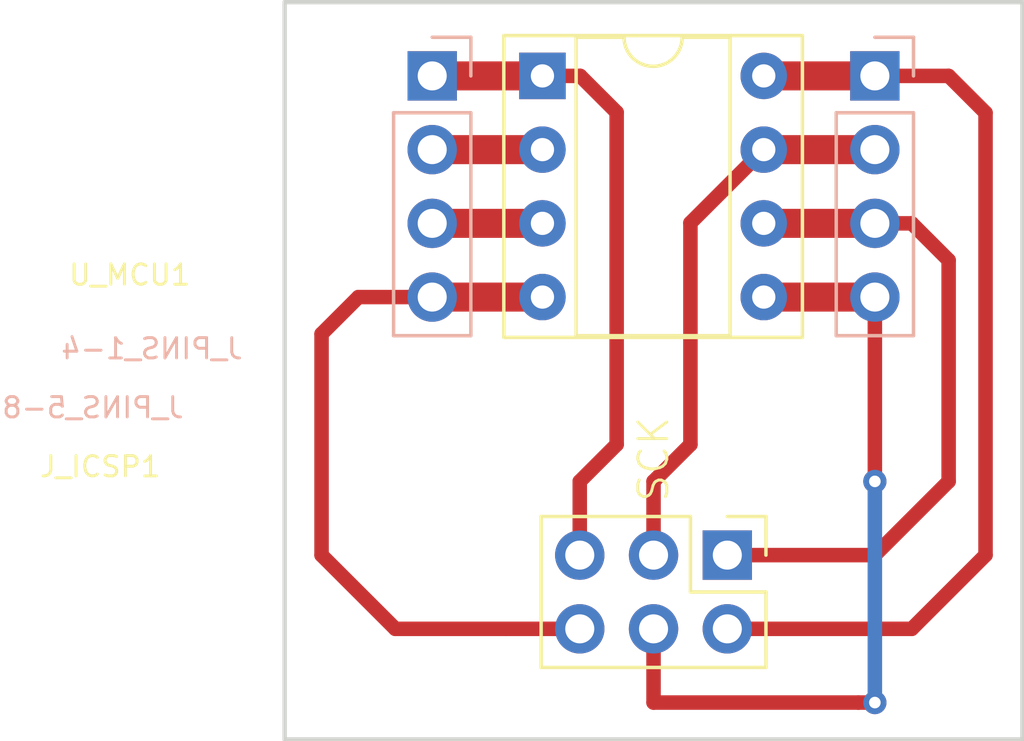
<source format=kicad_pcb>
(kicad_pcb (version 20171130) (host pcbnew "(5.0.0)")

  (general
    (thickness 1.6)
    (drawings 5)
    (tracks 41)
    (zones 0)
    (modules 4)
    (nets 9)
  )

  (page A4)
  (layers
    (0 F.Cu signal)
    (31 B.Cu signal)
    (32 B.Adhes user)
    (33 F.Adhes user)
    (34 B.Paste user)
    (35 F.Paste user)
    (36 B.SilkS user)
    (37 F.SilkS user)
    (38 B.Mask user)
    (39 F.Mask user)
    (40 Dwgs.User user)
    (41 Cmts.User user)
    (42 Eco1.User user)
    (43 Eco2.User user)
    (44 Edge.Cuts user)
    (45 Margin user)
    (46 B.CrtYd user)
    (47 F.CrtYd user)
    (48 B.Fab user hide)
    (49 F.Fab user hide)
  )

  (setup
    (last_trace_width 0.25)
    (user_trace_width 0.5)
    (user_trace_width 1)
    (trace_clearance 0.2)
    (zone_clearance 0.508)
    (zone_45_only no)
    (trace_min 0.2)
    (segment_width 0.2)
    (edge_width 0.15)
    (via_size 0.8)
    (via_drill 0.4)
    (via_min_size 0.4)
    (via_min_drill 0.3)
    (uvia_size 0.3)
    (uvia_drill 0.1)
    (uvias_allowed no)
    (uvia_min_size 0.2)
    (uvia_min_drill 0.1)
    (pcb_text_width 0.3)
    (pcb_text_size 1.5 1.5)
    (mod_edge_width 0.15)
    (mod_text_size 0.7 0.7)
    (mod_text_width 0.1)
    (pad_size 1.524 1.524)
    (pad_drill 0.762)
    (pad_to_mask_clearance 0.2)
    (aux_axis_origin 0 0)
    (visible_elements 7FFFFFFF)
    (pcbplotparams
      (layerselection 0x010fc_ffffffff)
      (usegerberextensions false)
      (usegerberattributes false)
      (usegerberadvancedattributes false)
      (creategerberjobfile false)
      (excludeedgelayer true)
      (linewidth 0.100000)
      (plotframeref false)
      (viasonmask false)
      (mode 1)
      (useauxorigin false)
      (hpglpennumber 1)
      (hpglpenspeed 20)
      (hpglpendiameter 15.000000)
      (psnegative false)
      (psa4output false)
      (plotreference true)
      (plotvalue true)
      (plotinvisibletext false)
      (padsonsilk false)
      (subtractmaskfromsilk false)
      (outputformat 1)
      (mirror false)
      (drillshape 1)
      (scaleselection 1)
      (outputdirectory ""))
  )

  (net 0 "")
  (net 1 "Net-(J_ICSP1-Pad1)")
  (net 2 "Net-(J_ICSP1-Pad2)")
  (net 3 "Net-(J_ICSP1-Pad3)")
  (net 4 "Net-(J_ICSP1-Pad4)")
  (net 5 "Net-(J_ICSP1-Pad5)")
  (net 6 "Net-(J_ICSP1-Pad6)")
  (net 7 "Net-(J_PINS_1-4-Pad3)")
  (net 8 "Net-(J_PINS_1-4-Pad2)")

  (net_class Default "This is the default net class."
    (clearance 0.2)
    (trace_width 0.25)
    (via_dia 0.8)
    (via_drill 0.4)
    (uvia_dia 0.3)
    (uvia_drill 0.1)
    (add_net "Net-(J_ICSP1-Pad1)")
    (add_net "Net-(J_ICSP1-Pad2)")
    (add_net "Net-(J_ICSP1-Pad3)")
    (add_net "Net-(J_ICSP1-Pad4)")
    (add_net "Net-(J_ICSP1-Pad5)")
    (add_net "Net-(J_ICSP1-Pad6)")
    (add_net "Net-(J_PINS_1-4-Pad2)")
    (add_net "Net-(J_PINS_1-4-Pad3)")
  )

  (module Package_DIP:DIP-8_W7.62mm_Socket (layer F.Cu) (tedit 5A02E8C5) (tstamp 5BFF1D96)
    (at 143.495001 50.8)
    (descr "8-lead though-hole mounted DIP package, row spacing 7.62 mm (300 mils), Socket")
    (tags "THT DIP DIL PDIP 2.54mm 7.62mm 300mil Socket")
    (path /5BF324D6)
    (fp_text reference U_MCU1 (at -14.209001 6.858) (layer F.SilkS)
      (effects (font (size 0.7 0.7) (thickness 0.1)))
    )
    (fp_text value ATtiny85-20PU (at 3.81 9.95) (layer F.Fab)
      (effects (font (size 0.7 0.7) (thickness 0.1)))
    )
    (fp_arc (start 3.81 -1.33) (end 2.81 -1.33) (angle -180) (layer F.SilkS) (width 0.12))
    (fp_line (start 1.635 -1.27) (end 6.985 -1.27) (layer F.Fab) (width 0.1))
    (fp_line (start 6.985 -1.27) (end 6.985 8.89) (layer F.Fab) (width 0.1))
    (fp_line (start 6.985 8.89) (end 0.635 8.89) (layer F.Fab) (width 0.1))
    (fp_line (start 0.635 8.89) (end 0.635 -0.27) (layer F.Fab) (width 0.1))
    (fp_line (start 0.635 -0.27) (end 1.635 -1.27) (layer F.Fab) (width 0.1))
    (fp_line (start -1.27 -1.33) (end -1.27 8.95) (layer F.Fab) (width 0.1))
    (fp_line (start -1.27 8.95) (end 8.89 8.95) (layer F.Fab) (width 0.1))
    (fp_line (start 8.89 8.95) (end 8.89 -1.33) (layer F.Fab) (width 0.1))
    (fp_line (start 8.89 -1.33) (end -1.27 -1.33) (layer F.Fab) (width 0.1))
    (fp_line (start 2.81 -1.33) (end 1.16 -1.33) (layer F.SilkS) (width 0.12))
    (fp_line (start 1.16 -1.33) (end 1.16 8.95) (layer F.SilkS) (width 0.12))
    (fp_line (start 1.16 8.95) (end 6.46 8.95) (layer F.SilkS) (width 0.12))
    (fp_line (start 6.46 8.95) (end 6.46 -1.33) (layer F.SilkS) (width 0.12))
    (fp_line (start 6.46 -1.33) (end 4.81 -1.33) (layer F.SilkS) (width 0.12))
    (fp_line (start -1.33 -1.39) (end -1.33 9.01) (layer F.SilkS) (width 0.12))
    (fp_line (start -1.33 9.01) (end 8.95 9.01) (layer F.SilkS) (width 0.12))
    (fp_line (start 8.95 9.01) (end 8.95 -1.39) (layer F.SilkS) (width 0.12))
    (fp_line (start 8.95 -1.39) (end -1.33 -1.39) (layer F.SilkS) (width 0.12))
    (fp_line (start -1.55 -1.6) (end -1.55 9.2) (layer F.CrtYd) (width 0.05))
    (fp_line (start -1.55 9.2) (end 9.15 9.2) (layer F.CrtYd) (width 0.05))
    (fp_line (start 9.15 9.2) (end 9.15 -1.6) (layer F.CrtYd) (width 0.05))
    (fp_line (start 9.15 -1.6) (end -1.55 -1.6) (layer F.CrtYd) (width 0.05))
    (fp_text user %R (at 3.81 3.81) (layer F.Fab)
      (effects (font (size 0.7 0.7) (thickness 0.1)))
    )
    (pad 1 thru_hole rect (at 0 0) (size 1.6 1.6) (drill 0.8) (layers *.Cu *.Mask)
      (net 5 "Net-(J_ICSP1-Pad5)"))
    (pad 5 thru_hole oval (at 7.62 7.62) (size 1.6 1.6) (drill 0.8) (layers *.Cu *.Mask)
      (net 4 "Net-(J_ICSP1-Pad4)"))
    (pad 2 thru_hole oval (at 0 2.54) (size 1.6 1.6) (drill 0.8) (layers *.Cu *.Mask)
      (net 8 "Net-(J_PINS_1-4-Pad2)"))
    (pad 6 thru_hole oval (at 7.62 5.08) (size 1.6 1.6) (drill 0.8) (layers *.Cu *.Mask)
      (net 1 "Net-(J_ICSP1-Pad1)"))
    (pad 3 thru_hole oval (at 0 5.08) (size 1.6 1.6) (drill 0.8) (layers *.Cu *.Mask)
      (net 7 "Net-(J_PINS_1-4-Pad3)"))
    (pad 7 thru_hole oval (at 7.62 2.54) (size 1.6 1.6) (drill 0.8) (layers *.Cu *.Mask)
      (net 3 "Net-(J_ICSP1-Pad3)"))
    (pad 4 thru_hole oval (at 0 7.62) (size 1.6 1.6) (drill 0.8) (layers *.Cu *.Mask)
      (net 6 "Net-(J_ICSP1-Pad6)"))
    (pad 8 thru_hole oval (at 7.62 0) (size 1.6 1.6) (drill 0.8) (layers *.Cu *.Mask)
      (net 2 "Net-(J_ICSP1-Pad2)"))
    (model ${KISYS3DMOD}/Package_DIP.3dshapes/DIP-8_W7.62mm_Socket.wrl
      (at (xyz 0 0 0))
      (scale (xyz 1 1 1))
      (rotate (xyz 0 0 0))
    )
  )

  (module Connector_PinHeader_2.54mm:PinHeader_1x04_P2.54mm_Vertical (layer B.Cu) (tedit 59FED5CC) (tstamp 5BFF15CE)
    (at 154.94 50.8 180)
    (descr "Through hole straight pin header, 1x04, 2.54mm pitch, single row")
    (tags "Through hole pin header THT 1x04 2.54mm single row")
    (path /5BF3274E)
    (fp_text reference J_PINS_5-8 (at 26.924 -11.43 180) (layer B.SilkS)
      (effects (font (size 0.7 0.7) (thickness 0.1)) (justify mirror))
    )
    (fp_text value Conn_01x04 (at 0 -9.95 180) (layer B.Fab)
      (effects (font (size 0.7 0.7) (thickness 0.1)) (justify mirror))
    )
    (fp_text user %R (at 0 -3.81 90) (layer B.Fab)
      (effects (font (size 0.7 0.7) (thickness 0.1)) (justify mirror))
    )
    (fp_line (start 1.8 1.8) (end -1.8 1.8) (layer B.CrtYd) (width 0.05))
    (fp_line (start 1.8 -9.4) (end 1.8 1.8) (layer B.CrtYd) (width 0.05))
    (fp_line (start -1.8 -9.4) (end 1.8 -9.4) (layer B.CrtYd) (width 0.05))
    (fp_line (start -1.8 1.8) (end -1.8 -9.4) (layer B.CrtYd) (width 0.05))
    (fp_line (start -1.33 1.33) (end 0 1.33) (layer B.SilkS) (width 0.12))
    (fp_line (start -1.33 0) (end -1.33 1.33) (layer B.SilkS) (width 0.12))
    (fp_line (start -1.33 -1.27) (end 1.33 -1.27) (layer B.SilkS) (width 0.12))
    (fp_line (start 1.33 -1.27) (end 1.33 -8.95) (layer B.SilkS) (width 0.12))
    (fp_line (start -1.33 -1.27) (end -1.33 -8.95) (layer B.SilkS) (width 0.12))
    (fp_line (start -1.33 -8.95) (end 1.33 -8.95) (layer B.SilkS) (width 0.12))
    (fp_line (start -1.27 0.635) (end -0.635 1.27) (layer B.Fab) (width 0.1))
    (fp_line (start -1.27 -8.89) (end -1.27 0.635) (layer B.Fab) (width 0.1))
    (fp_line (start 1.27 -8.89) (end -1.27 -8.89) (layer B.Fab) (width 0.1))
    (fp_line (start 1.27 1.27) (end 1.27 -8.89) (layer B.Fab) (width 0.1))
    (fp_line (start -0.635 1.27) (end 1.27 1.27) (layer B.Fab) (width 0.1))
    (pad 4 thru_hole oval (at 0 -7.62 180) (size 1.7 1.7) (drill 1) (layers *.Cu *.Mask)
      (net 4 "Net-(J_ICSP1-Pad4)"))
    (pad 3 thru_hole oval (at 0 -5.08 180) (size 1.7 1.7) (drill 1) (layers *.Cu *.Mask)
      (net 1 "Net-(J_ICSP1-Pad1)"))
    (pad 2 thru_hole oval (at 0 -2.54 180) (size 1.7 1.7) (drill 1) (layers *.Cu *.Mask)
      (net 3 "Net-(J_ICSP1-Pad3)"))
    (pad 1 thru_hole rect (at 0 0 180) (size 1.7 1.7) (drill 1) (layers *.Cu *.Mask)
      (net 2 "Net-(J_ICSP1-Pad2)"))
    (model ${KISYS3DMOD}/Connector_PinHeader_2.54mm.3dshapes/PinHeader_1x04_P2.54mm_Vertical.wrl
      (at (xyz 0 0 0))
      (scale (xyz 1 1 1))
      (rotate (xyz 0 0 0))
    )
  )

  (module Connector_PinHeader_2.54mm:PinHeader_2x03_P2.54mm_Vertical (layer F.Cu) (tedit 59FED5CC) (tstamp 5BFF159E)
    (at 149.86 67.31 270)
    (descr "Through hole straight pin header, 2x03, 2.54mm pitch, double rows")
    (tags "Through hole pin header THT 2x03 2.54mm double row")
    (path /5BF3293B)
    (fp_text reference J_ICSP1 (at -3.048 21.59) (layer F.SilkS)
      (effects (font (size 0.7 0.7) (thickness 0.1)))
    )
    (fp_text value AVR-ISP-6 (at 1.27 7.41 270) (layer F.Fab)
      (effects (font (size 0.7 0.7) (thickness 0.1)))
    )
    (fp_line (start 0 -1.27) (end 3.81 -1.27) (layer F.Fab) (width 0.1))
    (fp_line (start 3.81 -1.27) (end 3.81 6.35) (layer F.Fab) (width 0.1))
    (fp_line (start 3.81 6.35) (end -1.27 6.35) (layer F.Fab) (width 0.1))
    (fp_line (start -1.27 6.35) (end -1.27 0) (layer F.Fab) (width 0.1))
    (fp_line (start -1.27 0) (end 0 -1.27) (layer F.Fab) (width 0.1))
    (fp_line (start -1.33 6.41) (end 3.87 6.41) (layer F.SilkS) (width 0.12))
    (fp_line (start -1.33 1.27) (end -1.33 6.41) (layer F.SilkS) (width 0.12))
    (fp_line (start 3.87 -1.33) (end 3.87 6.41) (layer F.SilkS) (width 0.12))
    (fp_line (start -1.33 1.27) (end 1.27 1.27) (layer F.SilkS) (width 0.12))
    (fp_line (start 1.27 1.27) (end 1.27 -1.33) (layer F.SilkS) (width 0.12))
    (fp_line (start 1.27 -1.33) (end 3.87 -1.33) (layer F.SilkS) (width 0.12))
    (fp_line (start -1.33 0) (end -1.33 -1.33) (layer F.SilkS) (width 0.12))
    (fp_line (start -1.33 -1.33) (end 0 -1.33) (layer F.SilkS) (width 0.12))
    (fp_line (start -1.8 -1.8) (end -1.8 6.85) (layer F.CrtYd) (width 0.05))
    (fp_line (start -1.8 6.85) (end 4.35 6.85) (layer F.CrtYd) (width 0.05))
    (fp_line (start 4.35 6.85) (end 4.35 -1.8) (layer F.CrtYd) (width 0.05))
    (fp_line (start 4.35 -1.8) (end -1.8 -1.8) (layer F.CrtYd) (width 0.05))
    (fp_text user %R (at 1.27 2.54) (layer F.Fab)
      (effects (font (size 0.7 0.7) (thickness 0.1)))
    )
    (pad 1 thru_hole rect (at 0 0 270) (size 1.7 1.7) (drill 1) (layers *.Cu *.Mask)
      (net 1 "Net-(J_ICSP1-Pad1)"))
    (pad 2 thru_hole oval (at 2.54 0 270) (size 1.7 1.7) (drill 1) (layers *.Cu *.Mask)
      (net 2 "Net-(J_ICSP1-Pad2)"))
    (pad 3 thru_hole oval (at 0 2.54 270) (size 1.7 1.7) (drill 1) (layers *.Cu *.Mask)
      (net 3 "Net-(J_ICSP1-Pad3)"))
    (pad 4 thru_hole oval (at 2.54 2.54 270) (size 1.7 1.7) (drill 1) (layers *.Cu *.Mask)
      (net 4 "Net-(J_ICSP1-Pad4)"))
    (pad 5 thru_hole oval (at 0 5.08 270) (size 1.7 1.7) (drill 1) (layers *.Cu *.Mask)
      (net 5 "Net-(J_ICSP1-Pad5)"))
    (pad 6 thru_hole oval (at 2.54 5.08 270) (size 1.7 1.7) (drill 1) (layers *.Cu *.Mask)
      (net 6 "Net-(J_ICSP1-Pad6)"))
    (model ${KISYS3DMOD}/Connector_PinHeader_2.54mm.3dshapes/PinHeader_2x03_P2.54mm_Vertical.wrl
      (at (xyz 0 0 0))
      (scale (xyz 1 1 1))
      (rotate (xyz 0 0 0))
    )
  )

  (module Connector_PinHeader_2.54mm:PinHeader_1x04_P2.54mm_Vertical (layer B.Cu) (tedit 59FED5CC) (tstamp 5BFF15B6)
    (at 139.7 50.8 180)
    (descr "Through hole straight pin header, 1x04, 2.54mm pitch, single row")
    (tags "Through hole pin header THT 1x04 2.54mm single row")
    (path /5BF327C4)
    (fp_text reference J_PINS_1-4 (at 9.652 -9.398 180) (layer B.SilkS)
      (effects (font (size 0.7 0.7) (thickness 0.1)) (justify mirror))
    )
    (fp_text value Conn_01x04 (at 0 -9.95 180) (layer B.Fab)
      (effects (font (size 0.7 0.7) (thickness 0.1)) (justify mirror))
    )
    (fp_line (start -0.635 1.27) (end 1.27 1.27) (layer B.Fab) (width 0.1))
    (fp_line (start 1.27 1.27) (end 1.27 -8.89) (layer B.Fab) (width 0.1))
    (fp_line (start 1.27 -8.89) (end -1.27 -8.89) (layer B.Fab) (width 0.1))
    (fp_line (start -1.27 -8.89) (end -1.27 0.635) (layer B.Fab) (width 0.1))
    (fp_line (start -1.27 0.635) (end -0.635 1.27) (layer B.Fab) (width 0.1))
    (fp_line (start -1.33 -8.95) (end 1.33 -8.95) (layer B.SilkS) (width 0.12))
    (fp_line (start -1.33 -1.27) (end -1.33 -8.95) (layer B.SilkS) (width 0.12))
    (fp_line (start 1.33 -1.27) (end 1.33 -8.95) (layer B.SilkS) (width 0.12))
    (fp_line (start -1.33 -1.27) (end 1.33 -1.27) (layer B.SilkS) (width 0.12))
    (fp_line (start -1.33 0) (end -1.33 1.33) (layer B.SilkS) (width 0.12))
    (fp_line (start -1.33 1.33) (end 0 1.33) (layer B.SilkS) (width 0.12))
    (fp_line (start -1.8 1.8) (end -1.8 -9.4) (layer B.CrtYd) (width 0.05))
    (fp_line (start -1.8 -9.4) (end 1.8 -9.4) (layer B.CrtYd) (width 0.05))
    (fp_line (start 1.8 -9.4) (end 1.8 1.8) (layer B.CrtYd) (width 0.05))
    (fp_line (start 1.8 1.8) (end -1.8 1.8) (layer B.CrtYd) (width 0.05))
    (fp_text user %R (at 0 -3.81 90) (layer B.Fab)
      (effects (font (size 0.7 0.7) (thickness 0.1)) (justify mirror))
    )
    (pad 1 thru_hole rect (at 0 0 180) (size 1.7 1.7) (drill 1) (layers *.Cu *.Mask)
      (net 5 "Net-(J_ICSP1-Pad5)"))
    (pad 2 thru_hole oval (at 0 -2.54 180) (size 1.7 1.7) (drill 1) (layers *.Cu *.Mask)
      (net 8 "Net-(J_PINS_1-4-Pad2)"))
    (pad 3 thru_hole oval (at 0 -5.08 180) (size 1.7 1.7) (drill 1) (layers *.Cu *.Mask)
      (net 7 "Net-(J_PINS_1-4-Pad3)"))
    (pad 4 thru_hole oval (at 0 -7.62 180) (size 1.7 1.7) (drill 1) (layers *.Cu *.Mask)
      (net 6 "Net-(J_ICSP1-Pad6)"))
    (model ${KISYS3DMOD}/Connector_PinHeader_2.54mm.3dshapes/PinHeader_1x04_P2.54mm_Vertical.wrl
      (at (xyz 0 0 0))
      (scale (xyz 1 1 1))
      (rotate (xyz 0 0 0))
    )
  )

  (gr_text SCK (at 147.32 64.008 90) (layer F.SilkS)
    (effects (font (size 1 1) (thickness 0.1)))
  )
  (gr_line (start 134.62 73.66) (end 134.62 48.26) (layer Edge.Cuts) (width 0.15))
  (gr_line (start 160.02 73.66) (end 134.62 73.66) (layer Edge.Cuts) (width 0.15))
  (gr_line (start 160.02 48.26) (end 160.02 73.66) (layer Edge.Cuts) (width 0.15))
  (gr_line (start 134.62 48.26) (end 160.02 48.26) (layer Edge.Cuts) (width 0.15))

  (segment (start 154.94 55.88) (end 151.115001 55.88) (width 1) (layer F.Cu) (net 1))
  (segment (start 149.86 67.31) (end 154.94 67.31) (width 0.5) (layer F.Cu) (net 1))
  (segment (start 154.94 67.31) (end 157.48 64.77) (width 0.5) (layer F.Cu) (net 1))
  (segment (start 157.48 64.77) (end 157.48 57.15) (width 0.5) (layer F.Cu) (net 1))
  (segment (start 156.21 55.88) (end 154.94 55.88) (width 0.5) (layer F.Cu) (net 1))
  (segment (start 157.48 57.15) (end 156.21 55.88) (width 0.5) (layer F.Cu) (net 1))
  (segment (start 154.94 50.8) (end 151.115001 50.8) (width 1) (layer F.Cu) (net 2))
  (segment (start 149.86 69.85) (end 156.21 69.85) (width 0.5) (layer F.Cu) (net 2))
  (segment (start 156.21 69.85) (end 158.75 67.31) (width 0.5) (layer F.Cu) (net 2))
  (segment (start 158.75 67.31) (end 158.75 52.07) (width 0.5) (layer F.Cu) (net 2))
  (segment (start 157.48 50.8) (end 154.94 50.8) (width 0.5) (layer F.Cu) (net 2))
  (segment (start 158.75 52.07) (end 157.48 50.8) (width 0.5) (layer F.Cu) (net 2))
  (segment (start 151.115001 53.34) (end 154.94 53.34) (width 1) (layer F.Cu) (net 3))
  (segment (start 148.59 63.5) (end 148.59 55.865001) (width 0.5) (layer F.Cu) (net 3))
  (segment (start 147.32 64.77) (end 148.59 63.5) (width 0.5) (layer F.Cu) (net 3))
  (segment (start 148.59 55.865001) (end 151.115001 53.34) (width 0.5) (layer F.Cu) (net 3))
  (segment (start 147.32 67.31) (end 147.32 64.77) (width 0.5) (layer F.Cu) (net 3))
  (segment (start 151.115001 58.42) (end 154.94 58.42) (width 1) (layer F.Cu) (net 4))
  (via (at 154.94 64.77) (size 0.8) (drill 0.4) (layers F.Cu B.Cu) (net 4))
  (segment (start 154.94 64.77) (end 154.94 58.42) (width 0.5) (layer F.Cu) (net 4))
  (segment (start 154.94 64.77) (end 154.94 72.39) (width 0.5) (layer B.Cu) (net 4))
  (via (at 154.94 72.39) (size 0.8) (drill 0.4) (layers F.Cu B.Cu) (net 4))
  (segment (start 154.374315 72.39) (end 154.94 72.39) (width 0.5) (layer F.Cu) (net 4))
  (segment (start 147.32 72.39) (end 154.374315 72.39) (width 0.5) (layer F.Cu) (net 4))
  (segment (start 147.32 69.85) (end 147.32 72.39) (width 0.5) (layer F.Cu) (net 4))
  (segment (start 139.7 50.8) (end 143.495001 50.8) (width 1) (layer F.Cu) (net 5))
  (segment (start 146.05 52.054999) (end 144.795001 50.8) (width 0.5) (layer F.Cu) (net 5))
  (segment (start 146.05 63.5) (end 146.05 52.054999) (width 0.5) (layer F.Cu) (net 5))
  (segment (start 144.795001 50.8) (end 143.495001 50.8) (width 0.5) (layer F.Cu) (net 5))
  (segment (start 144.78 64.77) (end 146.05 63.5) (width 0.5) (layer F.Cu) (net 5))
  (segment (start 144.78 67.31) (end 144.78 64.77) (width 0.5) (layer F.Cu) (net 5))
  (segment (start 139.7 58.42) (end 143.495001 58.42) (width 1) (layer F.Cu) (net 6))
  (segment (start 143.51 58.434999) (end 143.495001 58.42) (width 0.5) (layer F.Cu) (net 6))
  (segment (start 144.78 69.85) (end 142.24 69.85) (width 0.5) (layer F.Cu) (net 6))
  (segment (start 139.7 58.42) (end 137.16 58.42) (width 0.5) (layer F.Cu) (net 6))
  (segment (start 137.16 58.42) (end 135.89 59.69) (width 0.5) (layer F.Cu) (net 6))
  (segment (start 135.89 59.69) (end 135.89 67.31) (width 0.5) (layer F.Cu) (net 6))
  (segment (start 138.43 69.85) (end 142.24 69.85) (width 0.5) (layer F.Cu) (net 6))
  (segment (start 135.89 67.31) (end 138.43 69.85) (width 0.5) (layer F.Cu) (net 6))
  (segment (start 139.7 55.88) (end 143.495001 55.88) (width 1) (layer F.Cu) (net 7))
  (segment (start 139.7 53.34) (end 143.495001 53.34) (width 1) (layer F.Cu) (net 8))

)

</source>
